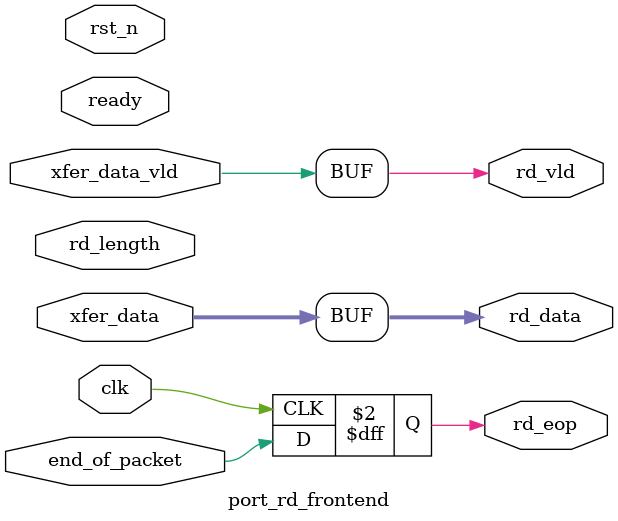
<source format=sv>
module port_rd_frontend(
    input clk,
    input rst_n,

    output reg rd_eop,
    output rd_vld,
    output [15:0] rd_data,
    input ready,
    input [10:0] rd_length,

    input xfer_data_vld,
    input [15:0] xfer_data,
    input end_of_packet
);

assign rd_vld = xfer_data_vld;
assign rd_data = xfer_data;

always @(posedge clk) begin
    rd_eop <= end_of_packet;
    
end

endmodule
</source>
